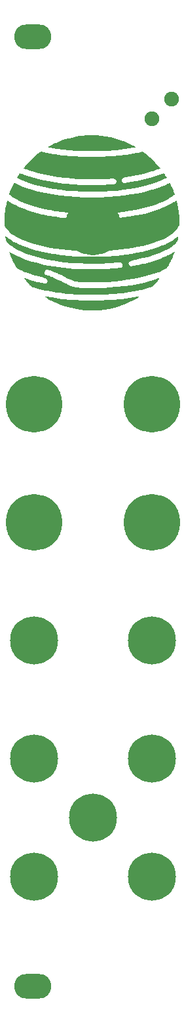
<source format=gts>
%TF.GenerationSoftware,KiCad,Pcbnew,7.0.10-7.0.10~ubuntu22.04.1*%
%TF.CreationDate,2024-02-21T20:07:40+01:00*%
%TF.ProjectId,Jove,4a6f7665-2e6b-4696-9361-645f70636258,rev?*%
%TF.SameCoordinates,Original*%
%TF.FileFunction,Soldermask,Top*%
%TF.FilePolarity,Negative*%
%FSLAX46Y46*%
G04 Gerber Fmt 4.6, Leading zero omitted, Abs format (unit mm)*
G04 Created by KiCad (PCBNEW 7.0.10-7.0.10~ubuntu22.04.1) date 2024-02-21 20:07:40*
%MOMM*%
%LPD*%
G01*
G04 APERTURE LIST*
%ADD10C,7.300000*%
%ADD11C,6.200000*%
%ADD12C,1.900000*%
%ADD13O,4.800000X3.200000*%
G04 APERTURE END LIST*
%TO.C,G\u002A\u002A\u002A*%
G36*
X-6706339Y-31840753D02*
G01*
X-6696673Y-31853738D01*
X-6724829Y-31888830D01*
X-6728292Y-31892670D01*
X-6782571Y-31938442D01*
X-6876620Y-32002006D01*
X-7003919Y-32079886D01*
X-7157944Y-32168606D01*
X-7332175Y-32264689D01*
X-7520091Y-32364660D01*
X-7715169Y-32465042D01*
X-7910888Y-32562359D01*
X-8100727Y-32653135D01*
X-8278164Y-32733894D01*
X-8419913Y-32794342D01*
X-9129422Y-33059101D01*
X-9849870Y-33276740D01*
X-10586194Y-33448522D01*
X-11343330Y-33575709D01*
X-11604608Y-33608813D01*
X-11752341Y-33622492D01*
X-11939971Y-33634404D01*
X-12157071Y-33644355D01*
X-12393211Y-33652152D01*
X-12637963Y-33657598D01*
X-12880900Y-33660500D01*
X-13111593Y-33660663D01*
X-13319613Y-33657892D01*
X-13494532Y-33651993D01*
X-13591769Y-33645892D01*
X-14366159Y-33559425D01*
X-15120303Y-33427170D01*
X-15857973Y-33248234D01*
X-16582942Y-33021719D01*
X-17190212Y-32791836D01*
X-17350672Y-32723042D01*
X-17529448Y-32641023D01*
X-17719991Y-32549277D01*
X-17915753Y-32451304D01*
X-18110184Y-32350604D01*
X-18296735Y-32250677D01*
X-18468858Y-32155022D01*
X-18620004Y-32067140D01*
X-18743623Y-31990529D01*
X-18833168Y-31928689D01*
X-18878053Y-31889855D01*
X-18906971Y-31854310D01*
X-18898249Y-31840922D01*
X-18846440Y-31838870D01*
X-18802178Y-31842971D01*
X-18714659Y-31854572D01*
X-18590855Y-31872622D01*
X-18437737Y-31896067D01*
X-18262276Y-31923855D01*
X-18071445Y-31954933D01*
X-18008138Y-31965424D01*
X-17522168Y-32043595D01*
X-17072643Y-32109906D01*
X-16646850Y-32165877D01*
X-16232071Y-32213025D01*
X-15815591Y-32252870D01*
X-15384696Y-32286931D01*
X-15222261Y-32298158D01*
X-14984405Y-32311419D01*
X-14702694Y-32322704D01*
X-14384191Y-32332013D01*
X-14035954Y-32339344D01*
X-13665045Y-32344699D01*
X-13278524Y-32348076D01*
X-12883451Y-32349475D01*
X-12486887Y-32348896D01*
X-12095892Y-32346339D01*
X-11717527Y-32341804D01*
X-11358852Y-32335289D01*
X-11026928Y-32326796D01*
X-10728815Y-32316324D01*
X-10471573Y-32303872D01*
X-10381739Y-32298339D01*
X-9891559Y-32261688D01*
X-9412948Y-32217034D01*
X-8933597Y-32162880D01*
X-8441195Y-32097726D01*
X-7923431Y-32020076D01*
X-7433096Y-31939546D01*
X-7260920Y-31910841D01*
X-7101426Y-31885322D01*
X-6962841Y-31864222D01*
X-6853395Y-31848772D01*
X-6781315Y-31840204D01*
X-6760391Y-31838870D01*
X-6706339Y-31840753D01*
G37*
G36*
X-12505811Y-11060351D02*
G01*
X-12250377Y-11066162D01*
X-12013927Y-11074932D01*
X-11806324Y-11086600D01*
X-11637431Y-11101106D01*
X-11604608Y-11104898D01*
X-10991463Y-11194002D01*
X-10392474Y-11308160D01*
X-9815528Y-11445438D01*
X-9268509Y-11603897D01*
X-8759301Y-11781603D01*
X-8611127Y-11839984D01*
X-8474072Y-11897562D01*
X-8320749Y-11965355D01*
X-8156649Y-12040597D01*
X-7987264Y-12120520D01*
X-7818084Y-12202358D01*
X-7654599Y-12283342D01*
X-7502302Y-12360708D01*
X-7366681Y-12431686D01*
X-7253229Y-12493510D01*
X-7167435Y-12543414D01*
X-7114791Y-12578630D01*
X-7100787Y-12596390D01*
X-7107000Y-12597988D01*
X-7135784Y-12602333D01*
X-7206027Y-12614353D01*
X-7309076Y-12632526D01*
X-7436274Y-12655332D01*
X-7535234Y-12673272D01*
X-8029088Y-12756857D01*
X-8557738Y-12834736D01*
X-9105165Y-12904914D01*
X-9655347Y-12965394D01*
X-10192265Y-13014180D01*
X-10394477Y-13029595D01*
X-10592522Y-13041859D01*
X-10830326Y-13053327D01*
X-11100908Y-13063891D01*
X-11397285Y-13073442D01*
X-11712475Y-13081872D01*
X-12039495Y-13089071D01*
X-12371363Y-13094932D01*
X-12701097Y-13099345D01*
X-13021713Y-13102202D01*
X-13326230Y-13103394D01*
X-13607665Y-13102813D01*
X-13859036Y-13100349D01*
X-14073360Y-13095895D01*
X-14241418Y-13089458D01*
X-14627029Y-13066680D01*
X-15046176Y-13036960D01*
X-15482136Y-13001731D01*
X-15918184Y-12962426D01*
X-16337600Y-12920476D01*
X-16723658Y-12877315D01*
X-16738108Y-12875591D01*
X-16979049Y-12845419D01*
X-17218980Y-12812863D01*
X-17452771Y-12778830D01*
X-17675289Y-12744224D01*
X-17881403Y-12709953D01*
X-18065981Y-12676922D01*
X-18223892Y-12646038D01*
X-18350003Y-12618206D01*
X-18439183Y-12594332D01*
X-18486300Y-12575323D01*
X-18491906Y-12565949D01*
X-18464636Y-12547202D01*
X-18397868Y-12510239D01*
X-18298300Y-12458325D01*
X-18172628Y-12394727D01*
X-18027549Y-12322710D01*
X-17869757Y-12245540D01*
X-17705951Y-12166482D01*
X-17542826Y-12088802D01*
X-17387079Y-12015766D01*
X-17245406Y-11950639D01*
X-17124503Y-11896687D01*
X-17081610Y-11878181D01*
X-16699990Y-11729084D01*
X-16277907Y-11588192D01*
X-15825531Y-11458008D01*
X-15353029Y-11341036D01*
X-14870573Y-11239781D01*
X-14388330Y-11156746D01*
X-13916472Y-11094435D01*
X-13884748Y-11090985D01*
X-13722534Y-11077781D01*
X-13520126Y-11067896D01*
X-13287387Y-11061271D01*
X-13034179Y-11057846D01*
X-12770366Y-11057559D01*
X-12505811Y-11060351D01*
G37*
G36*
X-6187983Y-13179114D02*
G01*
X-6139419Y-13205605D01*
X-6071625Y-13252391D01*
X-5978350Y-13323472D01*
X-5853343Y-13422848D01*
X-5832068Y-13439959D01*
X-5539979Y-13679162D01*
X-5279214Y-13902312D01*
X-5040662Y-14118375D01*
X-4815211Y-14336314D01*
X-4593748Y-14565097D01*
X-4367162Y-14813687D01*
X-4126340Y-15091050D01*
X-3991219Y-15251108D01*
X-3975684Y-15276049D01*
X-3982731Y-15297614D01*
X-4019960Y-15322933D01*
X-4094972Y-15359134D01*
X-4117082Y-15369168D01*
X-4217920Y-15411471D01*
X-4356976Y-15465213D01*
X-4523822Y-15526689D01*
X-4708029Y-15592197D01*
X-4899169Y-15658032D01*
X-5086815Y-15720492D01*
X-5260537Y-15775872D01*
X-5273715Y-15779945D01*
X-5651125Y-15888962D01*
X-6072609Y-15997289D01*
X-6531297Y-16103390D01*
X-7020317Y-16205728D01*
X-7532800Y-16302767D01*
X-7885049Y-16363917D01*
X-8116619Y-16403053D01*
X-8303625Y-16435937D01*
X-8451835Y-16464224D01*
X-8567020Y-16489571D01*
X-8654948Y-16513633D01*
X-8721390Y-16538068D01*
X-8772114Y-16564529D01*
X-8812891Y-16594675D01*
X-8849489Y-16630161D01*
X-8862743Y-16644551D01*
X-8934359Y-16754318D01*
X-8955646Y-16867706D01*
X-8926855Y-16982176D01*
X-8848236Y-17095188D01*
X-8815163Y-17128249D01*
X-8774517Y-17161079D01*
X-8730592Y-17179907D01*
X-8668407Y-17188195D01*
X-8572979Y-17189404D01*
X-8551609Y-17189143D01*
X-8459049Y-17184629D01*
X-8340971Y-17172970D01*
X-8193797Y-17153594D01*
X-8013949Y-17125926D01*
X-7797850Y-17089392D01*
X-7541923Y-17043419D01*
X-7242589Y-16987433D01*
X-6979895Y-16937066D01*
X-6276707Y-16790187D01*
X-5607532Y-16627158D01*
X-4956815Y-16443611D01*
X-4308999Y-16235175D01*
X-3688438Y-16012512D01*
X-3478888Y-15933801D01*
X-3417196Y-16015644D01*
X-3375636Y-16075192D01*
X-3318402Y-16162880D01*
X-3255674Y-16262987D01*
X-3233936Y-16298659D01*
X-3112368Y-16499830D01*
X-3173984Y-16550693D01*
X-3235773Y-16591266D01*
X-3339309Y-16646872D01*
X-3478610Y-16714722D01*
X-3647694Y-16792032D01*
X-3840577Y-16876015D01*
X-4051279Y-16963884D01*
X-4127276Y-16994698D01*
X-4676840Y-17199393D01*
X-5271850Y-17389890D01*
X-5908628Y-17565508D01*
X-6583497Y-17725563D01*
X-7292776Y-17869372D01*
X-8032789Y-17996252D01*
X-8799858Y-18105521D01*
X-9590303Y-18196495D01*
X-10400447Y-18268491D01*
X-11226612Y-18320827D01*
X-11284978Y-18323738D01*
X-11414447Y-18328640D01*
X-11585963Y-18332952D01*
X-11791905Y-18336649D01*
X-12024652Y-18339705D01*
X-12276580Y-18342093D01*
X-12540069Y-18343789D01*
X-12807497Y-18344766D01*
X-13071242Y-18344998D01*
X-13323682Y-18344461D01*
X-13557195Y-18343127D01*
X-13764160Y-18340972D01*
X-13936955Y-18337970D01*
X-14067958Y-18334095D01*
X-14088560Y-18333209D01*
X-15058203Y-18275820D01*
X-15995843Y-18194841D01*
X-16899379Y-18090607D01*
X-17766710Y-17963452D01*
X-18595735Y-17813713D01*
X-19384354Y-17641726D01*
X-20130465Y-17447824D01*
X-20689849Y-17278921D01*
X-20893145Y-17210746D01*
X-21107922Y-17133957D01*
X-21327477Y-17051363D01*
X-21545108Y-16965768D01*
X-21754112Y-16879981D01*
X-21947788Y-16796807D01*
X-22119432Y-16719053D01*
X-22262343Y-16649525D01*
X-22369819Y-16591030D01*
X-22431184Y-16549748D01*
X-22493970Y-16497939D01*
X-22394263Y-16335889D01*
X-22329913Y-16234144D01*
X-22261277Y-16129997D01*
X-22209421Y-16054819D01*
X-22124284Y-15935798D01*
X-21953363Y-15994969D01*
X-21864290Y-16026425D01*
X-21742479Y-16070289D01*
X-21602913Y-16121129D01*
X-21460574Y-16173509D01*
X-21437845Y-16181929D01*
X-20886563Y-16372210D01*
X-20291315Y-16551092D01*
X-19658074Y-16717262D01*
X-18992815Y-16869411D01*
X-18301513Y-17006227D01*
X-17590143Y-17126401D01*
X-16864679Y-17228621D01*
X-16432391Y-17279987D01*
X-15917047Y-17333408D01*
X-15423286Y-17376818D01*
X-14938950Y-17410856D01*
X-14451883Y-17436162D01*
X-13949925Y-17453374D01*
X-13420920Y-17463131D01*
X-12891167Y-17466075D01*
X-12511241Y-17464731D01*
X-12140226Y-17460630D01*
X-11782235Y-17453962D01*
X-11441382Y-17444917D01*
X-11121780Y-17433684D01*
X-10827541Y-17420455D01*
X-10562780Y-17405417D01*
X-10331609Y-17388762D01*
X-10138142Y-17370678D01*
X-9986491Y-17351356D01*
X-9880770Y-17330986D01*
X-9864111Y-17326391D01*
X-9757911Y-17271891D01*
X-9684074Y-17188482D01*
X-9642536Y-17086520D01*
X-9633238Y-16976361D01*
X-9656116Y-16868362D01*
X-9711111Y-16772880D01*
X-9798159Y-16700270D01*
X-9868004Y-16671338D01*
X-9918418Y-16665681D01*
X-10016068Y-16663341D01*
X-10157350Y-16664266D01*
X-10338659Y-16668402D01*
X-10556391Y-16675699D01*
X-10770128Y-16684465D01*
X-11382529Y-16708934D01*
X-11951759Y-16726303D01*
X-12485105Y-16736524D01*
X-12989858Y-16739551D01*
X-13473305Y-16735338D01*
X-13942737Y-16723837D01*
X-14405443Y-16705002D01*
X-14868711Y-16678786D01*
X-15196784Y-16656051D01*
X-16180131Y-16568232D01*
X-17122019Y-16453663D01*
X-18024589Y-16311938D01*
X-18889979Y-16142654D01*
X-19720330Y-15945405D01*
X-20517779Y-15719788D01*
X-21038508Y-15551265D01*
X-21236940Y-15481898D01*
X-21389747Y-15424296D01*
X-21500466Y-15376844D01*
X-21572631Y-15337927D01*
X-21609780Y-15305930D01*
X-21616844Y-15287097D01*
X-21599952Y-15252165D01*
X-21551795Y-15184839D01*
X-21476156Y-15089673D01*
X-21376816Y-14971221D01*
X-21257557Y-14834037D01*
X-21122161Y-14682677D01*
X-21042196Y-14595047D01*
X-20881018Y-14427428D01*
X-20686604Y-14238216D01*
X-20467396Y-14035092D01*
X-20231840Y-13825740D01*
X-19988378Y-13617842D01*
X-19780669Y-13447319D01*
X-19648633Y-13341981D01*
X-19549380Y-13265544D01*
X-19476768Y-13214056D01*
X-19424658Y-13183566D01*
X-19386911Y-13170124D01*
X-19357387Y-13169779D01*
X-19351369Y-13171072D01*
X-19247190Y-13195396D01*
X-19102934Y-13226537D01*
X-18928709Y-13262517D01*
X-18734623Y-13301357D01*
X-18530784Y-13341075D01*
X-18327301Y-13379692D01*
X-18134283Y-13415230D01*
X-17961836Y-13445707D01*
X-17871809Y-13460846D01*
X-17457063Y-13525593D01*
X-17056878Y-13581088D01*
X-16651861Y-13629771D01*
X-16222617Y-13674084D01*
X-16050245Y-13690183D01*
X-15791435Y-13713228D01*
X-15553763Y-13733090D01*
X-15330873Y-13749997D01*
X-15116410Y-13764178D01*
X-14904018Y-13775860D01*
X-14687339Y-13785272D01*
X-14460020Y-13792643D01*
X-14215703Y-13798201D01*
X-13948033Y-13802174D01*
X-13650654Y-13804791D01*
X-13317210Y-13806280D01*
X-12941345Y-13806870D01*
X-12802000Y-13806906D01*
X-12410177Y-13806571D01*
X-12062948Y-13805415D01*
X-11753956Y-13803210D01*
X-11476845Y-13799726D01*
X-11225261Y-13794735D01*
X-10992847Y-13788010D01*
X-10773246Y-13779321D01*
X-10560103Y-13768440D01*
X-10347063Y-13755140D01*
X-10127769Y-13739190D01*
X-9895865Y-13720364D01*
X-9644995Y-13698432D01*
X-9553755Y-13690183D01*
X-9118336Y-13647820D01*
X-8716371Y-13602643D01*
X-8330365Y-13552451D01*
X-7942823Y-13495044D01*
X-7732190Y-13461168D01*
X-7577545Y-13434663D01*
X-7396405Y-13401966D01*
X-7198789Y-13365041D01*
X-6994715Y-13325852D01*
X-6794203Y-13286363D01*
X-6607270Y-13248539D01*
X-6443935Y-13214344D01*
X-6314217Y-13185743D01*
X-6252429Y-13171022D01*
X-6223569Y-13168920D01*
X-6187983Y-13179114D01*
G37*
G36*
X-2709812Y-17197940D02*
G01*
X-2691683Y-17229050D01*
X-2657166Y-17299794D01*
X-2609498Y-17402830D01*
X-2551917Y-17530819D01*
X-2487659Y-17676420D01*
X-2419963Y-17832291D01*
X-2352065Y-17991093D01*
X-2287204Y-18145484D01*
X-2228616Y-18288124D01*
X-2224223Y-18298990D01*
X-2176199Y-18417379D01*
X-2134715Y-18518572D01*
X-2103611Y-18593285D01*
X-2086724Y-18632235D01*
X-2085226Y-18635209D01*
X-2099333Y-18657602D01*
X-2145821Y-18703465D01*
X-2216659Y-18765268D01*
X-2272984Y-18811240D01*
X-2631613Y-19070930D01*
X-3038633Y-19317622D01*
X-3493100Y-19551043D01*
X-3994069Y-19770920D01*
X-4540596Y-19976979D01*
X-5131738Y-20168949D01*
X-5766550Y-20346556D01*
X-6444088Y-20509526D01*
X-7163408Y-20657588D01*
X-7923565Y-20790468D01*
X-8723617Y-20907893D01*
X-9562617Y-21009591D01*
X-10050546Y-21059707D01*
X-10293632Y-21083572D01*
X-10491440Y-21104272D01*
X-10649475Y-21122794D01*
X-10773242Y-21140124D01*
X-10868247Y-21157250D01*
X-10939994Y-21175157D01*
X-10993988Y-21194833D01*
X-11035734Y-21217263D01*
X-11069376Y-21242284D01*
X-11141950Y-21333129D01*
X-11178526Y-21444104D01*
X-11179318Y-21561461D01*
X-11144543Y-21671449D01*
X-11074412Y-21760318D01*
X-11061137Y-21770771D01*
X-11028828Y-21791616D01*
X-10991907Y-21806064D01*
X-10941074Y-21815159D01*
X-10867028Y-21819942D01*
X-10760470Y-21821458D01*
X-10615299Y-21820777D01*
X-10387582Y-21814882D01*
X-10130140Y-21800583D01*
X-9838850Y-21777516D01*
X-9509594Y-21745318D01*
X-9138251Y-21703625D01*
X-8763986Y-21657600D01*
X-7932952Y-21540108D01*
X-7137868Y-21403774D01*
X-6380137Y-21249022D01*
X-5661165Y-21076282D01*
X-4982355Y-20885979D01*
X-4345112Y-20678541D01*
X-3750840Y-20454395D01*
X-3200944Y-20213967D01*
X-2696827Y-19957684D01*
X-2239896Y-19685974D01*
X-2205563Y-19663676D01*
X-2089839Y-19589338D01*
X-1989377Y-19527308D01*
X-1911641Y-19481993D01*
X-1864091Y-19457804D01*
X-1852996Y-19455393D01*
X-1839397Y-19488278D01*
X-1818432Y-19562628D01*
X-1791958Y-19669848D01*
X-1761832Y-19801340D01*
X-1729912Y-19948510D01*
X-1698055Y-20102760D01*
X-1668119Y-20255496D01*
X-1641960Y-20398122D01*
X-1621437Y-20522041D01*
X-1618932Y-20538670D01*
X-1579213Y-20831134D01*
X-1546283Y-21123851D01*
X-1520373Y-21410801D01*
X-1501715Y-21685967D01*
X-1490540Y-21943329D01*
X-1487081Y-22176870D01*
X-1491567Y-22380571D01*
X-1504232Y-22548414D01*
X-1525307Y-22674380D01*
X-1535413Y-22709556D01*
X-1630644Y-22920909D01*
X-1773837Y-23136660D01*
X-1962460Y-23354381D01*
X-2193981Y-23571645D01*
X-2465870Y-23786022D01*
X-2775593Y-23995087D01*
X-3038135Y-24150841D01*
X-3467856Y-24373273D01*
X-3944257Y-24584852D01*
X-4464075Y-24784817D01*
X-5024047Y-24972406D01*
X-5620910Y-25146858D01*
X-6251402Y-25307412D01*
X-6912262Y-25453306D01*
X-7600226Y-25583780D01*
X-8312032Y-25698071D01*
X-9044417Y-25795418D01*
X-9794119Y-25875060D01*
X-10557876Y-25936236D01*
X-10738409Y-25947812D01*
X-10942730Y-25958403D01*
X-11187616Y-25967961D01*
X-11465054Y-25976400D01*
X-11767028Y-25983633D01*
X-12085524Y-25989574D01*
X-12412527Y-25994138D01*
X-12740023Y-25997236D01*
X-13059997Y-25998783D01*
X-13364434Y-25998693D01*
X-13645320Y-25996879D01*
X-13894639Y-25993255D01*
X-14104379Y-25987734D01*
X-14177727Y-25984874D01*
X-15023016Y-25937514D01*
X-15845453Y-25870924D01*
X-16642977Y-25785608D01*
X-17413527Y-25682070D01*
X-18155041Y-25560815D01*
X-18865458Y-25422346D01*
X-19542718Y-25267169D01*
X-20184758Y-25095786D01*
X-20789518Y-24908703D01*
X-21354936Y-24706423D01*
X-21878951Y-24489450D01*
X-22359502Y-24258289D01*
X-22794527Y-24013444D01*
X-23124920Y-23796392D01*
X-23336546Y-23633330D01*
X-23533836Y-23455804D01*
X-23710841Y-23270714D01*
X-23861610Y-23084964D01*
X-23980194Y-22905456D01*
X-24060643Y-22739091D01*
X-24076563Y-22692414D01*
X-24098056Y-22583885D01*
X-24111519Y-22431439D01*
X-24117218Y-22241380D01*
X-24115419Y-22020011D01*
X-24106388Y-21773639D01*
X-24090393Y-21508566D01*
X-24067700Y-21231099D01*
X-24038576Y-20947540D01*
X-24003286Y-20664196D01*
X-23985499Y-20538670D01*
X-23966195Y-20419497D01*
X-23940806Y-20279927D01*
X-23911213Y-20128577D01*
X-23879293Y-19974062D01*
X-23846927Y-19824999D01*
X-23815994Y-19690005D01*
X-23788373Y-19577696D01*
X-23765943Y-19496688D01*
X-23750583Y-19455598D01*
X-23748752Y-19453144D01*
X-23724038Y-19461799D01*
X-23664753Y-19494557D01*
X-23578460Y-19546898D01*
X-23472722Y-19614300D01*
X-23408472Y-19656516D01*
X-23019736Y-19894808D01*
X-22584182Y-20125274D01*
X-22105553Y-20346397D01*
X-21587592Y-20556660D01*
X-21034042Y-20754547D01*
X-20448644Y-20938540D01*
X-19835142Y-21107122D01*
X-19820756Y-21110800D01*
X-19544476Y-21179719D01*
X-19274840Y-21243460D01*
X-19006745Y-21302875D01*
X-18735086Y-21358812D01*
X-18454759Y-21412122D01*
X-18160662Y-21463655D01*
X-17847690Y-21514262D01*
X-17510740Y-21564793D01*
X-17144707Y-21616098D01*
X-16744488Y-21669028D01*
X-16304979Y-21724431D01*
X-15821077Y-21783160D01*
X-15693575Y-21798341D01*
X-15427552Y-21831162D01*
X-15186891Y-21864136D01*
X-14965163Y-21899018D01*
X-14755939Y-21937562D01*
X-14552792Y-21981523D01*
X-14349292Y-22032653D01*
X-14139012Y-22092707D01*
X-13915524Y-22163439D01*
X-13672399Y-22246603D01*
X-13403210Y-22343953D01*
X-13101526Y-22457242D01*
X-12760922Y-22588225D01*
X-12671716Y-22622860D01*
X-12350206Y-22741204D01*
X-12039088Y-22842786D01*
X-11748592Y-22924543D01*
X-11488943Y-22983409D01*
X-11435060Y-22993319D01*
X-11211281Y-23022649D01*
X-11001936Y-23031223D01*
X-10814135Y-23019775D01*
X-10654985Y-22989037D01*
X-10531593Y-22939741D01*
X-10469544Y-22893830D01*
X-10411181Y-22801830D01*
X-10387899Y-22686038D01*
X-10402286Y-22561872D01*
X-10409780Y-22537769D01*
X-10438223Y-22475836D01*
X-10480008Y-22427497D01*
X-10542140Y-22389975D01*
X-10631627Y-22360493D01*
X-10755474Y-22336273D01*
X-10920687Y-22314540D01*
X-10992868Y-22306660D01*
X-11167023Y-22287179D01*
X-11322494Y-22266481D01*
X-11466398Y-22242540D01*
X-11605855Y-22213328D01*
X-11747983Y-22176818D01*
X-11899904Y-22130983D01*
X-12068734Y-22073795D01*
X-12261593Y-22003227D01*
X-12485601Y-21917251D01*
X-12747876Y-21813841D01*
X-12809270Y-21789406D01*
X-13178907Y-21645742D01*
X-13512621Y-21524222D01*
X-13819036Y-21422284D01*
X-14106778Y-21337367D01*
X-14384473Y-21266909D01*
X-14660745Y-21208348D01*
X-14916544Y-21163499D01*
X-15001678Y-21150924D01*
X-15129145Y-21133463D01*
X-15290676Y-21112183D01*
X-15478001Y-21088151D01*
X-15682850Y-21062434D01*
X-15896953Y-21036098D01*
X-16010073Y-21022408D01*
X-16450230Y-20968395D01*
X-16846940Y-20917314D01*
X-17207546Y-20868023D01*
X-17539389Y-20819382D01*
X-17849813Y-20770250D01*
X-18146159Y-20719487D01*
X-18435770Y-20665951D01*
X-18725989Y-20608501D01*
X-18881863Y-20576223D01*
X-19491928Y-20438154D01*
X-20076613Y-20285835D01*
X-20632062Y-20120619D01*
X-21154420Y-19943858D01*
X-21639830Y-19756904D01*
X-22084438Y-19561110D01*
X-22484387Y-19357829D01*
X-22686854Y-19241562D01*
X-22836204Y-19149614D01*
X-22992114Y-19050022D01*
X-23144078Y-18949805D01*
X-23281588Y-18855982D01*
X-23394136Y-18775572D01*
X-23458715Y-18725966D01*
X-23529973Y-18668028D01*
X-23378885Y-18298990D01*
X-23307504Y-18126399D01*
X-23233632Y-17950913D01*
X-23160192Y-17779174D01*
X-23090108Y-17617822D01*
X-23026301Y-17473500D01*
X-22971695Y-17352849D01*
X-22929213Y-17262512D01*
X-22901777Y-17209128D01*
X-22894449Y-17198200D01*
X-22864742Y-17200407D01*
X-22798991Y-17221583D01*
X-22706850Y-17258187D01*
X-22597975Y-17306678D01*
X-22595633Y-17307773D01*
X-22041933Y-17553278D01*
X-21481665Y-17773743D01*
X-20903455Y-17973140D01*
X-20295930Y-18155440D01*
X-19769803Y-18294480D01*
X-18847914Y-18504187D01*
X-17891583Y-18681963D01*
X-16906195Y-18827630D01*
X-15897133Y-18941008D01*
X-14869782Y-19021917D01*
X-13829525Y-19070178D01*
X-12781746Y-19085612D01*
X-11731829Y-19068039D01*
X-10685158Y-19017279D01*
X-9647117Y-18933154D01*
X-8623091Y-18815484D01*
X-7795882Y-18693554D01*
X-6931852Y-18538566D01*
X-6113786Y-18362188D01*
X-5341367Y-18164330D01*
X-4614281Y-17944901D01*
X-3932212Y-17703811D01*
X-3294846Y-17440970D01*
X-3059300Y-17333008D01*
X-2940461Y-17278891D01*
X-2837794Y-17235871D01*
X-2760038Y-17207323D01*
X-2715929Y-17196626D01*
X-2709812Y-17197940D01*
G37*
G36*
X-1626527Y-24110092D02*
G01*
X-1620845Y-24144772D01*
X-1626682Y-24216144D01*
X-1641579Y-24311952D01*
X-1663079Y-24419939D01*
X-1688722Y-24527848D01*
X-1716053Y-24623422D01*
X-1742612Y-24694404D01*
X-1744500Y-24698387D01*
X-1799572Y-24783479D01*
X-1889804Y-24889655D01*
X-2007772Y-25010054D01*
X-2146053Y-25137809D01*
X-2297222Y-25266058D01*
X-2453855Y-25387937D01*
X-2606202Y-25495046D01*
X-3002121Y-25737533D01*
X-3434802Y-25965527D01*
X-3906064Y-26179682D01*
X-4417726Y-26380647D01*
X-4971608Y-26569076D01*
X-5569530Y-26745620D01*
X-6213312Y-26910930D01*
X-6904772Y-27065658D01*
X-7108018Y-27107344D01*
X-7335199Y-27154192D01*
X-7517933Y-27195085D01*
X-7662056Y-27232294D01*
X-7773406Y-27268091D01*
X-7857818Y-27304749D01*
X-7921129Y-27344539D01*
X-7969175Y-27389733D01*
X-8007792Y-27442602D01*
X-8019473Y-27462142D01*
X-8057036Y-27571238D01*
X-8044396Y-27681478D01*
X-7981309Y-27794020D01*
X-7938759Y-27843254D01*
X-7867757Y-27908450D01*
X-7806831Y-27939096D01*
X-7758512Y-27944882D01*
X-7643627Y-27937916D01*
X-7485843Y-27917934D01*
X-7291134Y-27886311D01*
X-7065475Y-27844422D01*
X-6814841Y-27793640D01*
X-6545207Y-27735340D01*
X-6262547Y-27670897D01*
X-5972837Y-27601685D01*
X-5682051Y-27529079D01*
X-5396164Y-27454453D01*
X-5121151Y-27379182D01*
X-4862987Y-27304640D01*
X-4627647Y-27232201D01*
X-4547637Y-27206235D01*
X-4339977Y-27132983D01*
X-4101642Y-27040856D01*
X-3842070Y-26934128D01*
X-3570701Y-26817074D01*
X-3296975Y-26693970D01*
X-3030332Y-26569090D01*
X-2780209Y-26446710D01*
X-2556049Y-26331103D01*
X-2367289Y-26226546D01*
X-2312080Y-26193806D01*
X-2222873Y-26142050D01*
X-2152460Y-26105612D01*
X-2110068Y-26089016D01*
X-2101900Y-26090786D01*
X-2111916Y-26130834D01*
X-2139871Y-26209763D01*
X-2182626Y-26320110D01*
X-2237043Y-26454413D01*
X-2299981Y-26605211D01*
X-2368302Y-26765040D01*
X-2438867Y-26926440D01*
X-2508536Y-27081948D01*
X-2574170Y-27224102D01*
X-2612128Y-27303635D01*
X-2749502Y-27579471D01*
X-2870658Y-27807173D01*
X-2975582Y-27986714D01*
X-3064257Y-28118071D01*
X-3131779Y-28196629D01*
X-3219967Y-28263982D01*
X-3352595Y-28341751D01*
X-3524665Y-28428051D01*
X-3731176Y-28520992D01*
X-3967128Y-28618687D01*
X-4227521Y-28719249D01*
X-4507354Y-28820789D01*
X-4801628Y-28921420D01*
X-5105341Y-29019254D01*
X-5413495Y-29112404D01*
X-5721088Y-29198981D01*
X-5936102Y-29255351D01*
X-6662772Y-29424820D01*
X-7429325Y-29575588D01*
X-8227947Y-29706863D01*
X-9050826Y-29817855D01*
X-9890149Y-29907770D01*
X-10738104Y-29975820D01*
X-11586878Y-30021210D01*
X-12428658Y-30043151D01*
X-13255632Y-30040850D01*
X-13604507Y-30032218D01*
X-13881065Y-30022939D01*
X-14121276Y-30012675D01*
X-14331888Y-29999604D01*
X-14519649Y-29981899D01*
X-14691307Y-29957738D01*
X-14853609Y-29925294D01*
X-15013303Y-29882745D01*
X-15177137Y-29828266D01*
X-15351860Y-29760031D01*
X-15544218Y-29676218D01*
X-15760960Y-29575001D01*
X-16008834Y-29454555D01*
X-16294587Y-29313058D01*
X-16330485Y-29295203D01*
X-16697790Y-29114217D01*
X-17024111Y-28957330D01*
X-17312647Y-28823284D01*
X-17566595Y-28710821D01*
X-17789154Y-28618683D01*
X-17983521Y-28545614D01*
X-18152895Y-28490355D01*
X-18300472Y-28451649D01*
X-18429452Y-28428239D01*
X-18543032Y-28418867D01*
X-18559673Y-28418588D01*
X-18700806Y-28436374D01*
X-18807360Y-28491453D01*
X-18878386Y-28582880D01*
X-18912936Y-28709711D01*
X-18916343Y-28774130D01*
X-18910489Y-28855983D01*
X-18885390Y-28914224D01*
X-18829740Y-28974875D01*
X-18828686Y-28975868D01*
X-18747214Y-29034556D01*
X-18632113Y-29093277D01*
X-18542077Y-29129071D01*
X-18360076Y-29194117D01*
X-18197298Y-29253599D01*
X-18047608Y-29310231D01*
X-17904870Y-29366728D01*
X-17762950Y-29425807D01*
X-17615713Y-29490182D01*
X-17457022Y-29562568D01*
X-17280743Y-29645682D01*
X-17080740Y-29742239D01*
X-16850879Y-29854953D01*
X-16585023Y-29986541D01*
X-16424973Y-30066085D01*
X-16141025Y-30206105D01*
X-15894212Y-30324051D01*
X-15676840Y-30422038D01*
X-15481215Y-30502184D01*
X-15299641Y-30566605D01*
X-15124424Y-30617420D01*
X-14947869Y-30656745D01*
X-14762283Y-30686697D01*
X-14559969Y-30709393D01*
X-14333234Y-30726950D01*
X-14074382Y-30741485D01*
X-13948439Y-30747464D01*
X-13711060Y-30755819D01*
X-13432103Y-30761413D01*
X-13120864Y-30764356D01*
X-12786638Y-30764760D01*
X-12438718Y-30762735D01*
X-12086401Y-30758391D01*
X-11738979Y-30751841D01*
X-11405749Y-30743194D01*
X-11096004Y-30732561D01*
X-10819040Y-30720054D01*
X-10611027Y-30707669D01*
X-9618006Y-30625704D01*
X-8667657Y-30518939D01*
X-7757947Y-30387004D01*
X-6886848Y-30229527D01*
X-6052327Y-30046138D01*
X-5252355Y-29836465D01*
X-4484901Y-29600138D01*
X-4408710Y-29574635D01*
X-4273536Y-29529281D01*
X-4179238Y-29498786D01*
X-4118463Y-29481587D01*
X-4083858Y-29476121D01*
X-4068072Y-29480823D01*
X-4063750Y-29494129D01*
X-4063585Y-29501231D01*
X-4080263Y-29537544D01*
X-4126808Y-29604556D01*
X-4197985Y-29696067D01*
X-4288559Y-29805880D01*
X-4393296Y-29927795D01*
X-4506960Y-30055615D01*
X-4624316Y-30183141D01*
X-4740131Y-30304175D01*
X-4751448Y-30315706D01*
X-5044427Y-30613436D01*
X-5324668Y-30702207D01*
X-5677112Y-30806387D01*
X-6072331Y-30909804D01*
X-6502153Y-31010787D01*
X-6958409Y-31107665D01*
X-7432927Y-31198765D01*
X-7917539Y-31282418D01*
X-8404072Y-31356952D01*
X-8763986Y-31405692D01*
X-9298634Y-31469537D01*
X-9820364Y-31522728D01*
X-10337314Y-31565641D01*
X-10857621Y-31598652D01*
X-11389423Y-31622139D01*
X-11940856Y-31636478D01*
X-12520059Y-31642046D01*
X-13135169Y-31639218D01*
X-13642722Y-31631473D01*
X-14122860Y-31620026D01*
X-14562309Y-31604743D01*
X-14971236Y-31584962D01*
X-15359806Y-31560024D01*
X-15738186Y-31529265D01*
X-16116540Y-31492025D01*
X-16505034Y-31447643D01*
X-16547035Y-31442516D01*
X-16932769Y-31392215D01*
X-17322390Y-31335817D01*
X-17711273Y-31274297D01*
X-18094798Y-31208631D01*
X-18468341Y-31139796D01*
X-18827281Y-31068766D01*
X-19166996Y-30996519D01*
X-19482862Y-30924029D01*
X-19770258Y-30852273D01*
X-20024561Y-30782226D01*
X-20241150Y-30714866D01*
X-20415401Y-30651166D01*
X-20521358Y-30603424D01*
X-20578316Y-30564973D01*
X-20657796Y-30498307D01*
X-20754667Y-30408950D01*
X-20863798Y-30302425D01*
X-20980057Y-30184255D01*
X-21098315Y-30059965D01*
X-21213439Y-29935078D01*
X-21320300Y-29815118D01*
X-21413766Y-29705608D01*
X-21488706Y-29612072D01*
X-21539990Y-29540034D01*
X-21562486Y-29495017D01*
X-21561092Y-29484109D01*
X-21534092Y-29487397D01*
X-21466678Y-29503936D01*
X-21366975Y-29531496D01*
X-21243110Y-29567848D01*
X-21130810Y-29602157D01*
X-20775231Y-29710514D01*
X-20436593Y-29809611D01*
X-20119190Y-29898354D01*
X-19827321Y-29975650D01*
X-19565284Y-30040405D01*
X-19337374Y-30091527D01*
X-19147890Y-30127920D01*
X-19001129Y-30148493D01*
X-18974842Y-30150799D01*
X-18863119Y-30157060D01*
X-18788049Y-30154687D01*
X-18735851Y-30142300D01*
X-18699754Y-30123248D01*
X-18610867Y-30039577D01*
X-18555019Y-29933969D01*
X-18534824Y-29819256D01*
X-18552893Y-29708270D01*
X-18598945Y-29628028D01*
X-18644265Y-29584721D01*
X-18707488Y-29544482D01*
X-18794835Y-29504910D01*
X-18912525Y-29463603D01*
X-19066779Y-29418160D01*
X-19263819Y-29366179D01*
X-19302816Y-29356318D01*
X-19682296Y-29257214D01*
X-20054185Y-29153064D01*
X-20414656Y-29045308D01*
X-20759881Y-28935384D01*
X-21086032Y-28824731D01*
X-21389282Y-28714788D01*
X-21665804Y-28606994D01*
X-21911769Y-28502787D01*
X-22123351Y-28403607D01*
X-22296721Y-28310891D01*
X-22428053Y-28226079D01*
X-22513518Y-28150610D01*
X-22515023Y-28148867D01*
X-22578877Y-28062318D01*
X-22658725Y-27934483D01*
X-22751381Y-27771237D01*
X-22853659Y-27578450D01*
X-22962372Y-27361996D01*
X-23074334Y-27127747D01*
X-23104788Y-27062034D01*
X-23167117Y-26924240D01*
X-23232348Y-26775866D01*
X-23297212Y-26624815D01*
X-23358439Y-26478990D01*
X-23412760Y-26346294D01*
X-23456906Y-26234632D01*
X-23487606Y-26151906D01*
X-23501591Y-26106020D01*
X-23502100Y-26101610D01*
X-23492152Y-26088125D01*
X-23459170Y-26094709D01*
X-23398450Y-26123601D01*
X-23305283Y-26177040D01*
X-23174966Y-26257264D01*
X-23174954Y-26257272D01*
X-22842949Y-26449125D01*
X-22464554Y-26638281D01*
X-22044315Y-26823312D01*
X-21586779Y-27002786D01*
X-21096493Y-27175273D01*
X-20578002Y-27339344D01*
X-20035854Y-27493567D01*
X-19474596Y-27636513D01*
X-18898773Y-27766751D01*
X-18312934Y-27882852D01*
X-17721623Y-27983384D01*
X-17655260Y-27993611D01*
X-17079584Y-28074159D01*
X-16459313Y-28147250D01*
X-15800339Y-28212292D01*
X-15108555Y-28268692D01*
X-14547135Y-28306477D01*
X-14346929Y-28316382D01*
X-14104347Y-28324476D01*
X-13826769Y-28330782D01*
X-13521576Y-28335325D01*
X-13196147Y-28338130D01*
X-12857861Y-28339221D01*
X-12514100Y-28338621D01*
X-12172242Y-28336357D01*
X-11839668Y-28332451D01*
X-11523758Y-28326930D01*
X-11231890Y-28319816D01*
X-10971446Y-28311134D01*
X-10749805Y-28300909D01*
X-10631163Y-28293526D01*
X-10278002Y-28267461D01*
X-9972988Y-28242703D01*
X-9713344Y-28218903D01*
X-9496291Y-28195712D01*
X-9319052Y-28172781D01*
X-9178848Y-28149758D01*
X-9072902Y-28126296D01*
X-8998435Y-28102044D01*
X-8962088Y-28083465D01*
X-8894590Y-28015862D01*
X-8841914Y-27921002D01*
X-8813421Y-27819843D01*
X-8813743Y-27751418D01*
X-8855107Y-27651741D01*
X-8931740Y-27561167D01*
X-9028321Y-27494871D01*
X-9096142Y-27471673D01*
X-9155516Y-27467644D01*
X-9261858Y-27468744D01*
X-9411466Y-27474747D01*
X-9600637Y-27485427D01*
X-9825671Y-27500556D01*
X-10082864Y-27519910D01*
X-10368514Y-27543260D01*
X-10611027Y-27564310D01*
X-10794822Y-27577289D01*
X-11023372Y-27587931D01*
X-11290536Y-27596287D01*
X-11590173Y-27602410D01*
X-11916140Y-27606352D01*
X-12262298Y-27608165D01*
X-12622504Y-27607899D01*
X-12990617Y-27605607D01*
X-13360496Y-27601342D01*
X-13725999Y-27595153D01*
X-14080985Y-27587095D01*
X-14419312Y-27577217D01*
X-14734840Y-27565573D01*
X-15021426Y-27552213D01*
X-15272930Y-27537190D01*
X-15450782Y-27523482D01*
X-16246577Y-27444189D01*
X-17015756Y-27348550D01*
X-17756427Y-27237104D01*
X-18466699Y-27110393D01*
X-19144681Y-26968958D01*
X-19788482Y-26813340D01*
X-20396211Y-26644079D01*
X-20965976Y-26461716D01*
X-21495887Y-26266792D01*
X-21984052Y-26059849D01*
X-22428580Y-25841426D01*
X-22827581Y-25612065D01*
X-23179163Y-25372307D01*
X-23299950Y-25278575D01*
X-23435250Y-25163241D01*
X-23565826Y-25040450D01*
X-23683645Y-24918709D01*
X-23780670Y-24806522D01*
X-23848866Y-24712395D01*
X-23868914Y-24676308D01*
X-23893109Y-24610995D01*
X-23918416Y-24519575D01*
X-23942429Y-24414597D01*
X-23962743Y-24308608D01*
X-23976952Y-24214155D01*
X-23982650Y-24143787D01*
X-23977473Y-24110092D01*
X-23949749Y-24115098D01*
X-23893442Y-24144951D01*
X-23820272Y-24193355D01*
X-23813680Y-24198101D01*
X-23491766Y-24424701D01*
X-23188856Y-24622630D01*
X-22892743Y-24798510D01*
X-22591218Y-24958960D01*
X-22272073Y-25110601D01*
X-21923100Y-25260053D01*
X-21667797Y-25361761D01*
X-20992283Y-25604514D01*
X-20271662Y-25825201D01*
X-19506847Y-26023608D01*
X-18698749Y-26199519D01*
X-17848283Y-26352719D01*
X-16956360Y-26482991D01*
X-16878229Y-26493056D01*
X-16599888Y-26528060D01*
X-16343701Y-26559003D01*
X-16104692Y-26586105D01*
X-15877888Y-26609590D01*
X-15658315Y-26629678D01*
X-15440998Y-26646593D01*
X-15220963Y-26660555D01*
X-14993236Y-26671787D01*
X-14752844Y-26680511D01*
X-14494811Y-26686949D01*
X-14214165Y-26691322D01*
X-13905930Y-26693853D01*
X-13565132Y-26694764D01*
X-13186799Y-26694277D01*
X-12765954Y-26692613D01*
X-12445330Y-26690878D01*
X-12060331Y-26688555D01*
X-11721270Y-26686213D01*
X-11423132Y-26683630D01*
X-11160902Y-26680582D01*
X-10929565Y-26676845D01*
X-10724107Y-26672197D01*
X-10539512Y-26666412D01*
X-10370767Y-26659269D01*
X-10212856Y-26650543D01*
X-10060764Y-26640010D01*
X-9909477Y-26627447D01*
X-9753980Y-26612631D01*
X-9589258Y-26595338D01*
X-9410296Y-26575344D01*
X-9212080Y-26552426D01*
X-9133394Y-26543223D01*
X-8375704Y-26446442D01*
X-7662645Y-26338508D01*
X-6988897Y-26218305D01*
X-6349139Y-26084716D01*
X-5738051Y-25936626D01*
X-5150311Y-25772917D01*
X-4580598Y-25592473D01*
X-4546119Y-25580835D01*
X-4121861Y-25431987D01*
X-3739260Y-25286040D01*
X-3389549Y-25138596D01*
X-3063960Y-24985254D01*
X-2753724Y-24821616D01*
X-2450074Y-24643282D01*
X-2144240Y-24445853D01*
X-1827456Y-24224928D01*
X-1790320Y-24198101D01*
X-1716260Y-24148417D01*
X-1658073Y-24116750D01*
X-1627476Y-24109398D01*
X-1626527Y-24110092D01*
G37*
%TD*%
D10*
%TO.C,REF\u002A\u002A*%
X-20320000Y-45720000D03*
%TD*%
D11*
%TO.C,REF\u002A\u002A*%
X-12700000Y-99060000D03*
%TD*%
%TO.C,REF\u002A\u002A*%
X-20320000Y-106680000D03*
%TD*%
D12*
%TO.C,REF\u002A\u002A*%
X-5080000Y-8890000D03*
%TD*%
D10*
%TO.C,REF\u002A\u002A*%
X-12700000Y-22860000D03*
%TD*%
D13*
%TO.C,REF\u002A\u002A*%
X-20447000Y1651000D03*
X-20447000Y-120849000D03*
%TD*%
D10*
%TO.C,REF\u002A\u002A*%
X-5080000Y-45720000D03*
%TD*%
D12*
%TO.C,REF\u002A\u002A*%
X-2540000Y-6350000D03*
%TD*%
D10*
%TO.C,REF\u002A\u002A*%
X-5080000Y-60960000D03*
%TD*%
D11*
%TO.C,REF\u002A\u002A*%
X-20320000Y-76200000D03*
%TD*%
%TO.C,REF\u002A\u002A*%
X-5080000Y-91440000D03*
%TD*%
%TO.C,REF\u002A\u002A*%
X-20320000Y-91440000D03*
%TD*%
%TO.C,REF\u002A\u002A*%
X-5080000Y-76200000D03*
%TD*%
D10*
%TO.C,REF\u002A\u002A*%
X-20320000Y-60960000D03*
%TD*%
D11*
%TO.C,REF\u002A\u002A*%
X-5080000Y-106680000D03*
%TD*%
M02*

</source>
